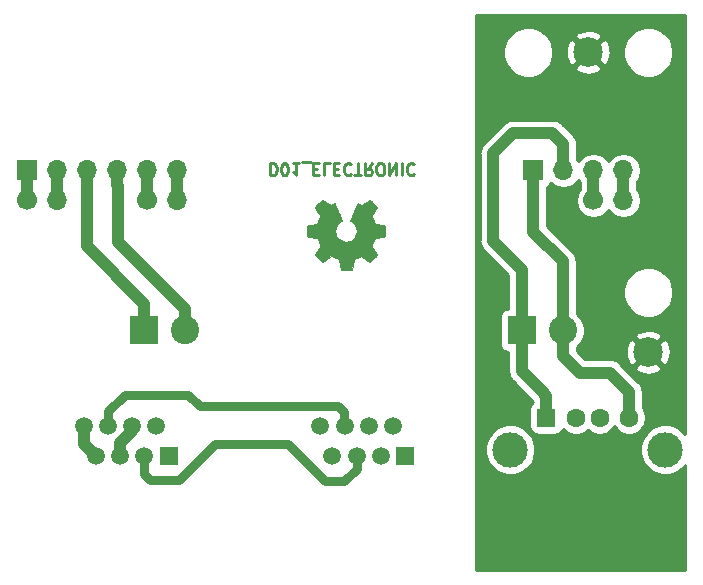
<source format=gbr>
G04 #@! TF.GenerationSoftware,KiCad,Pcbnew,5.1.5-52549c5~86~ubuntu18.04.1*
G04 #@! TF.CreationDate,2020-09-11T14:35:38-05:00*
G04 #@! TF.ProjectId,D01,4430312e-6b69-4636-9164-5f7063625858,rev?*
G04 #@! TF.SameCoordinates,Original*
G04 #@! TF.FileFunction,Copper,L2,Bot*
G04 #@! TF.FilePolarity,Positive*
%FSLAX46Y46*%
G04 Gerber Fmt 4.6, Leading zero omitted, Abs format (unit mm)*
G04 Created by KiCad (PCBNEW 5.1.5-52549c5~86~ubuntu18.04.1) date 2020-09-11 14:35:38*
%MOMM*%
%LPD*%
G04 APERTURE LIST*
%ADD10C,0.250000*%
%ADD11C,0.010000*%
%ADD12O,1.700000X1.700000*%
%ADD13C,1.700000*%
%ADD14R,1.700000X1.700000*%
%ADD15C,2.400000*%
%ADD16R,2.400000X2.400000*%
%ADD17C,1.600000*%
%ADD18R,1.600000X1.600000*%
%ADD19C,3.000000*%
%ADD20C,1.520000*%
%ADD21R,1.520000X1.520000*%
%ADD22C,2.499360*%
%ADD23C,0.750000*%
%ADD24C,1.000000*%
%ADD25C,0.254000*%
G04 APERTURE END LIST*
D10*
X42594971Y-33202619D02*
X42594971Y-34202619D01*
X42833066Y-34202619D01*
X42975923Y-34155000D01*
X43071161Y-34059761D01*
X43118780Y-33964523D01*
X43166400Y-33774047D01*
X43166400Y-33631190D01*
X43118780Y-33440714D01*
X43071161Y-33345476D01*
X42975923Y-33250238D01*
X42833066Y-33202619D01*
X42594971Y-33202619D01*
X43785447Y-34202619D02*
X43880685Y-34202619D01*
X43975923Y-34155000D01*
X44023542Y-34107380D01*
X44071161Y-34012142D01*
X44118780Y-33821666D01*
X44118780Y-33583571D01*
X44071161Y-33393095D01*
X44023542Y-33297857D01*
X43975923Y-33250238D01*
X43880685Y-33202619D01*
X43785447Y-33202619D01*
X43690209Y-33250238D01*
X43642590Y-33297857D01*
X43594971Y-33393095D01*
X43547352Y-33583571D01*
X43547352Y-33821666D01*
X43594971Y-34012142D01*
X43642590Y-34107380D01*
X43690209Y-34155000D01*
X43785447Y-34202619D01*
X45071161Y-33202619D02*
X44499733Y-33202619D01*
X44785447Y-33202619D02*
X44785447Y-34202619D01*
X44690209Y-34059761D01*
X44594971Y-33964523D01*
X44499733Y-33916904D01*
X45261638Y-33107380D02*
X46023542Y-33107380D01*
X46261638Y-33726428D02*
X46594971Y-33726428D01*
X46737828Y-33202619D02*
X46261638Y-33202619D01*
X46261638Y-34202619D01*
X46737828Y-34202619D01*
X47642590Y-33202619D02*
X47166399Y-33202619D01*
X47166399Y-34202619D01*
X47975923Y-33726428D02*
X48309257Y-33726428D01*
X48452114Y-33202619D02*
X47975923Y-33202619D01*
X47975923Y-34202619D01*
X48452114Y-34202619D01*
X49452114Y-33297857D02*
X49404495Y-33250238D01*
X49261638Y-33202619D01*
X49166399Y-33202619D01*
X49023542Y-33250238D01*
X48928304Y-33345476D01*
X48880685Y-33440714D01*
X48833066Y-33631190D01*
X48833066Y-33774047D01*
X48880685Y-33964523D01*
X48928304Y-34059761D01*
X49023542Y-34155000D01*
X49166399Y-34202619D01*
X49261638Y-34202619D01*
X49404495Y-34155000D01*
X49452114Y-34107380D01*
X49737828Y-34202619D02*
X50309257Y-34202619D01*
X50023542Y-33202619D02*
X50023542Y-34202619D01*
X51214019Y-33202619D02*
X50880685Y-33678809D01*
X50642590Y-33202619D02*
X50642590Y-34202619D01*
X51023542Y-34202619D01*
X51118780Y-34155000D01*
X51166399Y-34107380D01*
X51214019Y-34012142D01*
X51214019Y-33869285D01*
X51166399Y-33774047D01*
X51118780Y-33726428D01*
X51023542Y-33678809D01*
X50642590Y-33678809D01*
X51833066Y-34202619D02*
X52023542Y-34202619D01*
X52118780Y-34155000D01*
X52214019Y-34059761D01*
X52261638Y-33869285D01*
X52261638Y-33535952D01*
X52214019Y-33345476D01*
X52118780Y-33250238D01*
X52023542Y-33202619D01*
X51833066Y-33202619D01*
X51737828Y-33250238D01*
X51642590Y-33345476D01*
X51594971Y-33535952D01*
X51594971Y-33869285D01*
X51642590Y-34059761D01*
X51737828Y-34155000D01*
X51833066Y-34202619D01*
X52690209Y-33202619D02*
X52690209Y-34202619D01*
X53261638Y-33202619D01*
X53261638Y-34202619D01*
X53737828Y-33202619D02*
X53737828Y-34202619D01*
X54785447Y-33297857D02*
X54737828Y-33250238D01*
X54594971Y-33202619D01*
X54499733Y-33202619D01*
X54356876Y-33250238D01*
X54261638Y-33345476D01*
X54214019Y-33440714D01*
X54166399Y-33631190D01*
X54166399Y-33774047D01*
X54214019Y-33964523D01*
X54261638Y-34059761D01*
X54356876Y-34155000D01*
X54499733Y-34202619D01*
X54594971Y-34202619D01*
X54737828Y-34155000D01*
X54785447Y-34107380D01*
D11*
G36*
X49577814Y-41774069D02*
G01*
X49661635Y-41329445D01*
X49970920Y-41201947D01*
X50280206Y-41074449D01*
X50651246Y-41326754D01*
X50755157Y-41397004D01*
X50849087Y-41459728D01*
X50928652Y-41512062D01*
X50989470Y-41551143D01*
X51027157Y-41574107D01*
X51037421Y-41579058D01*
X51055910Y-41566324D01*
X51095420Y-41531118D01*
X51151522Y-41477938D01*
X51219787Y-41411282D01*
X51295786Y-41335646D01*
X51375092Y-41255528D01*
X51453275Y-41175426D01*
X51525907Y-41099836D01*
X51588559Y-41033255D01*
X51636803Y-40980182D01*
X51666210Y-40945113D01*
X51673241Y-40933377D01*
X51663123Y-40911740D01*
X51634759Y-40864338D01*
X51591129Y-40795807D01*
X51535218Y-40710785D01*
X51470006Y-40613907D01*
X51432219Y-40558650D01*
X51363343Y-40457752D01*
X51302140Y-40366701D01*
X51251578Y-40290030D01*
X51214628Y-40232272D01*
X51194258Y-40197957D01*
X51191197Y-40190746D01*
X51198136Y-40170252D01*
X51217051Y-40122487D01*
X51245087Y-40054168D01*
X51279391Y-39972011D01*
X51317109Y-39882730D01*
X51355387Y-39793042D01*
X51391370Y-39709662D01*
X51422206Y-39639306D01*
X51445039Y-39588690D01*
X51457017Y-39564529D01*
X51457724Y-39563578D01*
X51476531Y-39558964D01*
X51526618Y-39548672D01*
X51602793Y-39533713D01*
X51699865Y-39515099D01*
X51812643Y-39493841D01*
X51878442Y-39481582D01*
X51998950Y-39458638D01*
X52107797Y-39436805D01*
X52199476Y-39417278D01*
X52268481Y-39401252D01*
X52309304Y-39389921D01*
X52317511Y-39386326D01*
X52325548Y-39361994D01*
X52332033Y-39307041D01*
X52336970Y-39227892D01*
X52340364Y-39130974D01*
X52342218Y-39022713D01*
X52342538Y-38909535D01*
X52341327Y-38797865D01*
X52338590Y-38694132D01*
X52334331Y-38604759D01*
X52328555Y-38536174D01*
X52321267Y-38494803D01*
X52316895Y-38486190D01*
X52290764Y-38475867D01*
X52235393Y-38461108D01*
X52158107Y-38443648D01*
X52066230Y-38425220D01*
X52034158Y-38419259D01*
X51879524Y-38390934D01*
X51757375Y-38368124D01*
X51663673Y-38349920D01*
X51594384Y-38335417D01*
X51545471Y-38323708D01*
X51512897Y-38313885D01*
X51492628Y-38305044D01*
X51480626Y-38296276D01*
X51478947Y-38294543D01*
X51462184Y-38266629D01*
X51436614Y-38212305D01*
X51404788Y-38138223D01*
X51369260Y-38051035D01*
X51332583Y-37957392D01*
X51297311Y-37863948D01*
X51265996Y-37777353D01*
X51241193Y-37704260D01*
X51225454Y-37651322D01*
X51221332Y-37625189D01*
X51221676Y-37624274D01*
X51235641Y-37602914D01*
X51267322Y-37555916D01*
X51313391Y-37488173D01*
X51370518Y-37404577D01*
X51435373Y-37310018D01*
X51453843Y-37283146D01*
X51519699Y-37185725D01*
X51577650Y-37096837D01*
X51624538Y-37021588D01*
X51657207Y-36965080D01*
X51672500Y-36932419D01*
X51673241Y-36928407D01*
X51660392Y-36907316D01*
X51624888Y-36865536D01*
X51571293Y-36807555D01*
X51504171Y-36737865D01*
X51428087Y-36660955D01*
X51347604Y-36581317D01*
X51267287Y-36503439D01*
X51191699Y-36431814D01*
X51125405Y-36370930D01*
X51072969Y-36325279D01*
X51038955Y-36299350D01*
X51029545Y-36295117D01*
X51007643Y-36305088D01*
X50962800Y-36331980D01*
X50902321Y-36371264D01*
X50855789Y-36402883D01*
X50771475Y-36460902D01*
X50671626Y-36529216D01*
X50571473Y-36597421D01*
X50517627Y-36633925D01*
X50335371Y-36757200D01*
X50182381Y-36674480D01*
X50112682Y-36638241D01*
X50053414Y-36610074D01*
X50013311Y-36594009D01*
X50003103Y-36591774D01*
X49990829Y-36608278D01*
X49966613Y-36654918D01*
X49932263Y-36727391D01*
X49889588Y-36821394D01*
X49840394Y-36932626D01*
X49786490Y-37056785D01*
X49729684Y-37189568D01*
X49671782Y-37326673D01*
X49614593Y-37463798D01*
X49559924Y-37596642D01*
X49509584Y-37720902D01*
X49465380Y-37832275D01*
X49429119Y-37926461D01*
X49402609Y-37999156D01*
X49387658Y-38046059D01*
X49385254Y-38062167D01*
X49404311Y-38082714D01*
X49446036Y-38116067D01*
X49501706Y-38155298D01*
X49506378Y-38158401D01*
X49650264Y-38273577D01*
X49766283Y-38407947D01*
X49853430Y-38557216D01*
X49910699Y-38717087D01*
X49937086Y-38883263D01*
X49931585Y-39051448D01*
X49893190Y-39217345D01*
X49820895Y-39376658D01*
X49799626Y-39411513D01*
X49688996Y-39552263D01*
X49558302Y-39665286D01*
X49412064Y-39749997D01*
X49254808Y-39805806D01*
X49091057Y-39832126D01*
X48925333Y-39828370D01*
X48762162Y-39793950D01*
X48606065Y-39728277D01*
X48461567Y-39630765D01*
X48416869Y-39591187D01*
X48303112Y-39467297D01*
X48220218Y-39336876D01*
X48163356Y-39190685D01*
X48131687Y-39045912D01*
X48123869Y-38883140D01*
X48149938Y-38719560D01*
X48207245Y-38560702D01*
X48293144Y-38412094D01*
X48404986Y-38279265D01*
X48540123Y-38167744D01*
X48557883Y-38155989D01*
X48614150Y-38117492D01*
X48656923Y-38084137D01*
X48677372Y-38062840D01*
X48677669Y-38062167D01*
X48673279Y-38039129D01*
X48655876Y-37986843D01*
X48627268Y-37909610D01*
X48589265Y-37811732D01*
X48543674Y-37697509D01*
X48492303Y-37571242D01*
X48436962Y-37437233D01*
X48379458Y-37299782D01*
X48321601Y-37163192D01*
X48265198Y-37031763D01*
X48212058Y-36909795D01*
X48163990Y-36801591D01*
X48122801Y-36711451D01*
X48090301Y-36643677D01*
X48068297Y-36602570D01*
X48059436Y-36591774D01*
X48032360Y-36600181D01*
X47981697Y-36622728D01*
X47916183Y-36655387D01*
X47880159Y-36674480D01*
X47727168Y-36757200D01*
X47544912Y-36633925D01*
X47451875Y-36570772D01*
X47350015Y-36501273D01*
X47254562Y-36435835D01*
X47206750Y-36402883D01*
X47139505Y-36357727D01*
X47082564Y-36321943D01*
X47043354Y-36300062D01*
X47030619Y-36295437D01*
X47012083Y-36307915D01*
X46971059Y-36342748D01*
X46911525Y-36396322D01*
X46837458Y-36465017D01*
X46752835Y-36545219D01*
X46699315Y-36596714D01*
X46605681Y-36688714D01*
X46524759Y-36771001D01*
X46459823Y-36840055D01*
X46414142Y-36892356D01*
X46390989Y-36924384D01*
X46388768Y-36930884D01*
X46399076Y-36955606D01*
X46427561Y-37005595D01*
X46471063Y-37075788D01*
X46526423Y-37161125D01*
X46590480Y-37256544D01*
X46608697Y-37283146D01*
X46675073Y-37379833D01*
X46734622Y-37466883D01*
X46784016Y-37539405D01*
X46819925Y-37592507D01*
X46839019Y-37621297D01*
X46840864Y-37624274D01*
X46838105Y-37647218D01*
X46823462Y-37697664D01*
X46799487Y-37768959D01*
X46768734Y-37854453D01*
X46733756Y-37947493D01*
X46697107Y-38041426D01*
X46661339Y-38129601D01*
X46629006Y-38205366D01*
X46602662Y-38262069D01*
X46584858Y-38293057D01*
X46583593Y-38294543D01*
X46572706Y-38303399D01*
X46554318Y-38312157D01*
X46524394Y-38321723D01*
X46478897Y-38333004D01*
X46413791Y-38346907D01*
X46325039Y-38364337D01*
X46208607Y-38386202D01*
X46060458Y-38413409D01*
X46028382Y-38419259D01*
X45933314Y-38437626D01*
X45850435Y-38455595D01*
X45787070Y-38471431D01*
X45750542Y-38483400D01*
X45745644Y-38486190D01*
X45737573Y-38510928D01*
X45731013Y-38566210D01*
X45725967Y-38645611D01*
X45722441Y-38742704D01*
X45720439Y-38851062D01*
X45719964Y-38964260D01*
X45721023Y-39075872D01*
X45723618Y-39179471D01*
X45727754Y-39268632D01*
X45733437Y-39336928D01*
X45740669Y-39377934D01*
X45745029Y-39386326D01*
X45769302Y-39394792D01*
X45824574Y-39408565D01*
X45905338Y-39426450D01*
X46006088Y-39447252D01*
X46121317Y-39469777D01*
X46184098Y-39481582D01*
X46303213Y-39503849D01*
X46409435Y-39524021D01*
X46497573Y-39541085D01*
X46562434Y-39554031D01*
X46598826Y-39561845D01*
X46604816Y-39563578D01*
X46614939Y-39583110D01*
X46636338Y-39630157D01*
X46666161Y-39697997D01*
X46701555Y-39779909D01*
X46739668Y-39869172D01*
X46777647Y-39959065D01*
X46812640Y-40042865D01*
X46841794Y-40113853D01*
X46862257Y-40165306D01*
X46871177Y-40190503D01*
X46871343Y-40191604D01*
X46861231Y-40211481D01*
X46832883Y-40257223D01*
X46789277Y-40324283D01*
X46733394Y-40408116D01*
X46668213Y-40504174D01*
X46630321Y-40559350D01*
X46561275Y-40660519D01*
X46499950Y-40752370D01*
X46449337Y-40830256D01*
X46412429Y-40889531D01*
X46392218Y-40925549D01*
X46389299Y-40933623D01*
X46401847Y-40952416D01*
X46436537Y-40992543D01*
X46488937Y-41049507D01*
X46554616Y-41118815D01*
X46629144Y-41195969D01*
X46708087Y-41276475D01*
X46787017Y-41355837D01*
X46861500Y-41429560D01*
X46927106Y-41493148D01*
X46979404Y-41542106D01*
X47013961Y-41571939D01*
X47025522Y-41579058D01*
X47044346Y-41569047D01*
X47089369Y-41540922D01*
X47156213Y-41497546D01*
X47240501Y-41441782D01*
X47337856Y-41376494D01*
X47411293Y-41326754D01*
X47782333Y-41074449D01*
X48400905Y-41329445D01*
X48484725Y-41774069D01*
X48568546Y-42218693D01*
X49493994Y-42218693D01*
X49577814Y-41774069D01*
G37*
X49577814Y-41774069D02*
X49661635Y-41329445D01*
X49970920Y-41201947D01*
X50280206Y-41074449D01*
X50651246Y-41326754D01*
X50755157Y-41397004D01*
X50849087Y-41459728D01*
X50928652Y-41512062D01*
X50989470Y-41551143D01*
X51027157Y-41574107D01*
X51037421Y-41579058D01*
X51055910Y-41566324D01*
X51095420Y-41531118D01*
X51151522Y-41477938D01*
X51219787Y-41411282D01*
X51295786Y-41335646D01*
X51375092Y-41255528D01*
X51453275Y-41175426D01*
X51525907Y-41099836D01*
X51588559Y-41033255D01*
X51636803Y-40980182D01*
X51666210Y-40945113D01*
X51673241Y-40933377D01*
X51663123Y-40911740D01*
X51634759Y-40864338D01*
X51591129Y-40795807D01*
X51535218Y-40710785D01*
X51470006Y-40613907D01*
X51432219Y-40558650D01*
X51363343Y-40457752D01*
X51302140Y-40366701D01*
X51251578Y-40290030D01*
X51214628Y-40232272D01*
X51194258Y-40197957D01*
X51191197Y-40190746D01*
X51198136Y-40170252D01*
X51217051Y-40122487D01*
X51245087Y-40054168D01*
X51279391Y-39972011D01*
X51317109Y-39882730D01*
X51355387Y-39793042D01*
X51391370Y-39709662D01*
X51422206Y-39639306D01*
X51445039Y-39588690D01*
X51457017Y-39564529D01*
X51457724Y-39563578D01*
X51476531Y-39558964D01*
X51526618Y-39548672D01*
X51602793Y-39533713D01*
X51699865Y-39515099D01*
X51812643Y-39493841D01*
X51878442Y-39481582D01*
X51998950Y-39458638D01*
X52107797Y-39436805D01*
X52199476Y-39417278D01*
X52268481Y-39401252D01*
X52309304Y-39389921D01*
X52317511Y-39386326D01*
X52325548Y-39361994D01*
X52332033Y-39307041D01*
X52336970Y-39227892D01*
X52340364Y-39130974D01*
X52342218Y-39022713D01*
X52342538Y-38909535D01*
X52341327Y-38797865D01*
X52338590Y-38694132D01*
X52334331Y-38604759D01*
X52328555Y-38536174D01*
X52321267Y-38494803D01*
X52316895Y-38486190D01*
X52290764Y-38475867D01*
X52235393Y-38461108D01*
X52158107Y-38443648D01*
X52066230Y-38425220D01*
X52034158Y-38419259D01*
X51879524Y-38390934D01*
X51757375Y-38368124D01*
X51663673Y-38349920D01*
X51594384Y-38335417D01*
X51545471Y-38323708D01*
X51512897Y-38313885D01*
X51492628Y-38305044D01*
X51480626Y-38296276D01*
X51478947Y-38294543D01*
X51462184Y-38266629D01*
X51436614Y-38212305D01*
X51404788Y-38138223D01*
X51369260Y-38051035D01*
X51332583Y-37957392D01*
X51297311Y-37863948D01*
X51265996Y-37777353D01*
X51241193Y-37704260D01*
X51225454Y-37651322D01*
X51221332Y-37625189D01*
X51221676Y-37624274D01*
X51235641Y-37602914D01*
X51267322Y-37555916D01*
X51313391Y-37488173D01*
X51370518Y-37404577D01*
X51435373Y-37310018D01*
X51453843Y-37283146D01*
X51519699Y-37185725D01*
X51577650Y-37096837D01*
X51624538Y-37021588D01*
X51657207Y-36965080D01*
X51672500Y-36932419D01*
X51673241Y-36928407D01*
X51660392Y-36907316D01*
X51624888Y-36865536D01*
X51571293Y-36807555D01*
X51504171Y-36737865D01*
X51428087Y-36660955D01*
X51347604Y-36581317D01*
X51267287Y-36503439D01*
X51191699Y-36431814D01*
X51125405Y-36370930D01*
X51072969Y-36325279D01*
X51038955Y-36299350D01*
X51029545Y-36295117D01*
X51007643Y-36305088D01*
X50962800Y-36331980D01*
X50902321Y-36371264D01*
X50855789Y-36402883D01*
X50771475Y-36460902D01*
X50671626Y-36529216D01*
X50571473Y-36597421D01*
X50517627Y-36633925D01*
X50335371Y-36757200D01*
X50182381Y-36674480D01*
X50112682Y-36638241D01*
X50053414Y-36610074D01*
X50013311Y-36594009D01*
X50003103Y-36591774D01*
X49990829Y-36608278D01*
X49966613Y-36654918D01*
X49932263Y-36727391D01*
X49889588Y-36821394D01*
X49840394Y-36932626D01*
X49786490Y-37056785D01*
X49729684Y-37189568D01*
X49671782Y-37326673D01*
X49614593Y-37463798D01*
X49559924Y-37596642D01*
X49509584Y-37720902D01*
X49465380Y-37832275D01*
X49429119Y-37926461D01*
X49402609Y-37999156D01*
X49387658Y-38046059D01*
X49385254Y-38062167D01*
X49404311Y-38082714D01*
X49446036Y-38116067D01*
X49501706Y-38155298D01*
X49506378Y-38158401D01*
X49650264Y-38273577D01*
X49766283Y-38407947D01*
X49853430Y-38557216D01*
X49910699Y-38717087D01*
X49937086Y-38883263D01*
X49931585Y-39051448D01*
X49893190Y-39217345D01*
X49820895Y-39376658D01*
X49799626Y-39411513D01*
X49688996Y-39552263D01*
X49558302Y-39665286D01*
X49412064Y-39749997D01*
X49254808Y-39805806D01*
X49091057Y-39832126D01*
X48925333Y-39828370D01*
X48762162Y-39793950D01*
X48606065Y-39728277D01*
X48461567Y-39630765D01*
X48416869Y-39591187D01*
X48303112Y-39467297D01*
X48220218Y-39336876D01*
X48163356Y-39190685D01*
X48131687Y-39045912D01*
X48123869Y-38883140D01*
X48149938Y-38719560D01*
X48207245Y-38560702D01*
X48293144Y-38412094D01*
X48404986Y-38279265D01*
X48540123Y-38167744D01*
X48557883Y-38155989D01*
X48614150Y-38117492D01*
X48656923Y-38084137D01*
X48677372Y-38062840D01*
X48677669Y-38062167D01*
X48673279Y-38039129D01*
X48655876Y-37986843D01*
X48627268Y-37909610D01*
X48589265Y-37811732D01*
X48543674Y-37697509D01*
X48492303Y-37571242D01*
X48436962Y-37437233D01*
X48379458Y-37299782D01*
X48321601Y-37163192D01*
X48265198Y-37031763D01*
X48212058Y-36909795D01*
X48163990Y-36801591D01*
X48122801Y-36711451D01*
X48090301Y-36643677D01*
X48068297Y-36602570D01*
X48059436Y-36591774D01*
X48032360Y-36600181D01*
X47981697Y-36622728D01*
X47916183Y-36655387D01*
X47880159Y-36674480D01*
X47727168Y-36757200D01*
X47544912Y-36633925D01*
X47451875Y-36570772D01*
X47350015Y-36501273D01*
X47254562Y-36435835D01*
X47206750Y-36402883D01*
X47139505Y-36357727D01*
X47082564Y-36321943D01*
X47043354Y-36300062D01*
X47030619Y-36295437D01*
X47012083Y-36307915D01*
X46971059Y-36342748D01*
X46911525Y-36396322D01*
X46837458Y-36465017D01*
X46752835Y-36545219D01*
X46699315Y-36596714D01*
X46605681Y-36688714D01*
X46524759Y-36771001D01*
X46459823Y-36840055D01*
X46414142Y-36892356D01*
X46390989Y-36924384D01*
X46388768Y-36930884D01*
X46399076Y-36955606D01*
X46427561Y-37005595D01*
X46471063Y-37075788D01*
X46526423Y-37161125D01*
X46590480Y-37256544D01*
X46608697Y-37283146D01*
X46675073Y-37379833D01*
X46734622Y-37466883D01*
X46784016Y-37539405D01*
X46819925Y-37592507D01*
X46839019Y-37621297D01*
X46840864Y-37624274D01*
X46838105Y-37647218D01*
X46823462Y-37697664D01*
X46799487Y-37768959D01*
X46768734Y-37854453D01*
X46733756Y-37947493D01*
X46697107Y-38041426D01*
X46661339Y-38129601D01*
X46629006Y-38205366D01*
X46602662Y-38262069D01*
X46584858Y-38293057D01*
X46583593Y-38294543D01*
X46572706Y-38303399D01*
X46554318Y-38312157D01*
X46524394Y-38321723D01*
X46478897Y-38333004D01*
X46413791Y-38346907D01*
X46325039Y-38364337D01*
X46208607Y-38386202D01*
X46060458Y-38413409D01*
X46028382Y-38419259D01*
X45933314Y-38437626D01*
X45850435Y-38455595D01*
X45787070Y-38471431D01*
X45750542Y-38483400D01*
X45745644Y-38486190D01*
X45737573Y-38510928D01*
X45731013Y-38566210D01*
X45725967Y-38645611D01*
X45722441Y-38742704D01*
X45720439Y-38851062D01*
X45719964Y-38964260D01*
X45721023Y-39075872D01*
X45723618Y-39179471D01*
X45727754Y-39268632D01*
X45733437Y-39336928D01*
X45740669Y-39377934D01*
X45745029Y-39386326D01*
X45769302Y-39394792D01*
X45824574Y-39408565D01*
X45905338Y-39426450D01*
X46006088Y-39447252D01*
X46121317Y-39469777D01*
X46184098Y-39481582D01*
X46303213Y-39503849D01*
X46409435Y-39524021D01*
X46497573Y-39541085D01*
X46562434Y-39554031D01*
X46598826Y-39561845D01*
X46604816Y-39563578D01*
X46614939Y-39583110D01*
X46636338Y-39630157D01*
X46666161Y-39697997D01*
X46701555Y-39779909D01*
X46739668Y-39869172D01*
X46777647Y-39959065D01*
X46812640Y-40042865D01*
X46841794Y-40113853D01*
X46862257Y-40165306D01*
X46871177Y-40190503D01*
X46871343Y-40191604D01*
X46861231Y-40211481D01*
X46832883Y-40257223D01*
X46789277Y-40324283D01*
X46733394Y-40408116D01*
X46668213Y-40504174D01*
X46630321Y-40559350D01*
X46561275Y-40660519D01*
X46499950Y-40752370D01*
X46449337Y-40830256D01*
X46412429Y-40889531D01*
X46392218Y-40925549D01*
X46389299Y-40933623D01*
X46401847Y-40952416D01*
X46436537Y-40992543D01*
X46488937Y-41049507D01*
X46554616Y-41118815D01*
X46629144Y-41195969D01*
X46708087Y-41276475D01*
X46787017Y-41355837D01*
X46861500Y-41429560D01*
X46927106Y-41493148D01*
X46979404Y-41542106D01*
X47013961Y-41571939D01*
X47025522Y-41579058D01*
X47044346Y-41569047D01*
X47089369Y-41540922D01*
X47156213Y-41497546D01*
X47240501Y-41441782D01*
X47337856Y-41376494D01*
X47411293Y-41326754D01*
X47782333Y-41074449D01*
X48400905Y-41329445D01*
X48484725Y-41774069D01*
X48568546Y-42218693D01*
X49493994Y-42218693D01*
X49577814Y-41774069D01*
D12*
X72520000Y-36350000D03*
D13*
X69980000Y-36350000D03*
D12*
X34700000Y-36350000D03*
D13*
X32160000Y-36350000D03*
D12*
X24540000Y-36350000D03*
D13*
X22000000Y-36350000D03*
D12*
X34700000Y-33810000D03*
X32160000Y-33810000D03*
X29620000Y-33810000D03*
X27080000Y-33810000D03*
X24540000Y-33810000D03*
D14*
X22000000Y-33810000D03*
D12*
X72520000Y-33810000D03*
X69980000Y-33810000D03*
X67440000Y-33810000D03*
D14*
X64900000Y-33810000D03*
D15*
X67406400Y-47345600D03*
D16*
X63906400Y-47345600D03*
D15*
X35427800Y-47345600D03*
D16*
X31927800Y-47345600D03*
D17*
X73000000Y-54737000D03*
X70500000Y-54737000D03*
X68500000Y-54737000D03*
D18*
X66000000Y-54737000D03*
D19*
X62930000Y-57447000D03*
X76070000Y-57447000D03*
D20*
X47880000Y-58000000D03*
X46860000Y-55460000D03*
X48900000Y-55460000D03*
X49920000Y-58000000D03*
X50940000Y-55460000D03*
X51960000Y-58000000D03*
X52980000Y-55460000D03*
D21*
X54000000Y-58000000D03*
D20*
X27880000Y-58000000D03*
X26860000Y-55460000D03*
X28900000Y-55460000D03*
X29920000Y-58000000D03*
X30940000Y-55460000D03*
X31960000Y-58000000D03*
X32980000Y-55460000D03*
D21*
X34000000Y-58000000D03*
D22*
X74610000Y-49210000D03*
X69530000Y-23810000D03*
D23*
X48869600Y-55429600D02*
X48900000Y-55460000D01*
X48869600Y-54254400D02*
X48869600Y-55429600D01*
X28900000Y-54208800D02*
X30276800Y-52832000D01*
X30276800Y-52832000D02*
X35687000Y-52832000D01*
X28900000Y-55460000D02*
X28900000Y-54208800D01*
X35687000Y-52832000D02*
X36626800Y-53771800D01*
X36626800Y-53771800D02*
X48387000Y-53771800D01*
X48387000Y-53771800D02*
X48869600Y-54254400D01*
X31960000Y-59519000D02*
X31960000Y-58000000D01*
X32461200Y-60020200D02*
X31960000Y-59519000D01*
X34899600Y-60020200D02*
X32461200Y-60020200D01*
X49920000Y-59074802D02*
X48895000Y-60099802D01*
X48895000Y-60099802D02*
X47222002Y-60099802D01*
X49920000Y-58000000D02*
X49920000Y-59074802D01*
X47222002Y-60099802D02*
X44094400Y-56972200D01*
X37947600Y-56972200D02*
X34899600Y-60020200D01*
X44094400Y-56972200D02*
X37947600Y-56972200D01*
D24*
X67406400Y-47345600D02*
X67406400Y-41498400D01*
X64900000Y-38992000D02*
X64900000Y-33810000D01*
X67406400Y-41498400D02*
X64900000Y-38992000D01*
X73000000Y-54737000D02*
X73000000Y-52527600D01*
X73000000Y-52527600D02*
X71399400Y-50927000D01*
X71399400Y-50927000D02*
X68808600Y-50927000D01*
X67406400Y-49524800D02*
X67406400Y-47345600D01*
X68808600Y-50927000D02*
X67406400Y-49524800D01*
X66000000Y-52937000D02*
X65760600Y-52697600D01*
X66000000Y-54737000D02*
X66000000Y-52937000D01*
X65760600Y-52697600D02*
X65760600Y-52654200D01*
X63906400Y-50800000D02*
X63906400Y-47345600D01*
X65760600Y-52654200D02*
X63906400Y-50800000D01*
X67440000Y-31600600D02*
X67440000Y-33810000D01*
X63906400Y-42214800D02*
X61468000Y-39776400D01*
X63906400Y-47345600D02*
X63906400Y-42214800D01*
X61468000Y-39776400D02*
X61468000Y-32359600D01*
X66471800Y-30632400D02*
X67440000Y-31600600D01*
X61468000Y-32359600D02*
X63195200Y-30632400D01*
X63195200Y-30632400D02*
X66471800Y-30632400D01*
X34700000Y-36350000D02*
X34700000Y-33810000D01*
X32160000Y-36350000D02*
X32160000Y-33810000D01*
X29620000Y-35012081D02*
X29743400Y-35135481D01*
X29620000Y-33810000D02*
X29620000Y-35012081D01*
X29743400Y-35135481D02*
X29743400Y-39852600D01*
X35427800Y-45537000D02*
X35427800Y-47345600D01*
X29743400Y-39852600D02*
X35427800Y-45537000D01*
X30940000Y-55905198D02*
X30940000Y-55460000D01*
X29920000Y-58000000D02*
X29920000Y-56925198D01*
X29920000Y-56925198D02*
X30940000Y-55905198D01*
X27080000Y-33810000D02*
X27080000Y-40237200D01*
X31927800Y-45085000D02*
X31927800Y-47345600D01*
X27080000Y-40237200D02*
X31927800Y-45085000D01*
X26860000Y-56980000D02*
X26860000Y-55460000D01*
X27880000Y-58000000D02*
X26860000Y-56980000D01*
X24540000Y-36350000D02*
X24540000Y-33810000D01*
X22000000Y-36350000D02*
X22000000Y-33810000D01*
X72520000Y-36350000D02*
X72520000Y-33810000D01*
X69980000Y-36350000D02*
X69980000Y-33810000D01*
D25*
G36*
X77760001Y-56133366D02*
G01*
X77728363Y-56086017D01*
X77430983Y-55788637D01*
X77081302Y-55554988D01*
X76692756Y-55394047D01*
X76280279Y-55312000D01*
X75859721Y-55312000D01*
X75447244Y-55394047D01*
X75058698Y-55554988D01*
X74709017Y-55788637D01*
X74411637Y-56086017D01*
X74177988Y-56435698D01*
X74017047Y-56824244D01*
X73935000Y-57236721D01*
X73935000Y-57657279D01*
X74017047Y-58069756D01*
X74177988Y-58458302D01*
X74411637Y-58807983D01*
X74709017Y-59105363D01*
X75058698Y-59339012D01*
X75447244Y-59499953D01*
X75859721Y-59582000D01*
X76280279Y-59582000D01*
X76692756Y-59499953D01*
X77081302Y-59339012D01*
X77430983Y-59105363D01*
X77728363Y-58807983D01*
X77760001Y-58760634D01*
X77760001Y-62817339D01*
X77749705Y-67600000D01*
X59995111Y-67600000D01*
X60011825Y-57236721D01*
X60795000Y-57236721D01*
X60795000Y-57657279D01*
X60877047Y-58069756D01*
X61037988Y-58458302D01*
X61271637Y-58807983D01*
X61569017Y-59105363D01*
X61918698Y-59339012D01*
X62307244Y-59499953D01*
X62719721Y-59582000D01*
X63140279Y-59582000D01*
X63552756Y-59499953D01*
X63941302Y-59339012D01*
X64290983Y-59105363D01*
X64588363Y-58807983D01*
X64822012Y-58458302D01*
X64982953Y-58069756D01*
X65065000Y-57657279D01*
X65065000Y-57236721D01*
X64982953Y-56824244D01*
X64822012Y-56435698D01*
X64588363Y-56086017D01*
X64290983Y-55788637D01*
X63941302Y-55554988D01*
X63552756Y-55394047D01*
X63140279Y-55312000D01*
X62719721Y-55312000D01*
X62307244Y-55394047D01*
X61918698Y-55554988D01*
X61569017Y-55788637D01*
X61271637Y-56086017D01*
X61037988Y-56435698D01*
X60877047Y-56824244D01*
X60795000Y-57236721D01*
X60011825Y-57236721D01*
X60051949Y-32359600D01*
X60327509Y-32359600D01*
X60333001Y-32415361D01*
X60333000Y-39720648D01*
X60327509Y-39776400D01*
X60333000Y-39832151D01*
X60349423Y-39998898D01*
X60414324Y-40212846D01*
X60519716Y-40410023D01*
X60661551Y-40582849D01*
X60704865Y-40618396D01*
X62771401Y-42684933D01*
X62771400Y-45507528D01*
X62706400Y-45507528D01*
X62581918Y-45519788D01*
X62462220Y-45556098D01*
X62351906Y-45615063D01*
X62255215Y-45694415D01*
X62175863Y-45791106D01*
X62116898Y-45901420D01*
X62080588Y-46021118D01*
X62068328Y-46145600D01*
X62068328Y-48545600D01*
X62080588Y-48670082D01*
X62116898Y-48789780D01*
X62175863Y-48900094D01*
X62255215Y-48996785D01*
X62351906Y-49076137D01*
X62462220Y-49135102D01*
X62581918Y-49171412D01*
X62706400Y-49183672D01*
X62771400Y-49183672D01*
X62771400Y-50744248D01*
X62765909Y-50800000D01*
X62771400Y-50855751D01*
X62787823Y-51022498D01*
X62852724Y-51236446D01*
X62958116Y-51433623D01*
X63099951Y-51606449D01*
X63143265Y-51641996D01*
X64789150Y-53287882D01*
X64812316Y-53331223D01*
X64865000Y-53395418D01*
X64865000Y-53396043D01*
X64845506Y-53406463D01*
X64748815Y-53485815D01*
X64669463Y-53582506D01*
X64610498Y-53692820D01*
X64574188Y-53812518D01*
X64561928Y-53937000D01*
X64561928Y-55537000D01*
X64574188Y-55661482D01*
X64610498Y-55781180D01*
X64669463Y-55891494D01*
X64748815Y-55988185D01*
X64845506Y-56067537D01*
X64955820Y-56126502D01*
X65075518Y-56162812D01*
X65200000Y-56175072D01*
X66800000Y-56175072D01*
X66924482Y-56162812D01*
X67044180Y-56126502D01*
X67154494Y-56067537D01*
X67251185Y-55988185D01*
X67330537Y-55891494D01*
X67389502Y-55781180D01*
X67418661Y-55685057D01*
X67585241Y-55851637D01*
X67820273Y-56008680D01*
X68081426Y-56116853D01*
X68358665Y-56172000D01*
X68641335Y-56172000D01*
X68918574Y-56116853D01*
X69179727Y-56008680D01*
X69414759Y-55851637D01*
X69500000Y-55766396D01*
X69585241Y-55851637D01*
X69820273Y-56008680D01*
X70081426Y-56116853D01*
X70358665Y-56172000D01*
X70641335Y-56172000D01*
X70918574Y-56116853D01*
X71179727Y-56008680D01*
X71414759Y-55851637D01*
X71614637Y-55651759D01*
X71750000Y-55449173D01*
X71885363Y-55651759D01*
X72085241Y-55851637D01*
X72320273Y-56008680D01*
X72581426Y-56116853D01*
X72858665Y-56172000D01*
X73141335Y-56172000D01*
X73418574Y-56116853D01*
X73679727Y-56008680D01*
X73914759Y-55851637D01*
X74114637Y-55651759D01*
X74271680Y-55416727D01*
X74379853Y-55155574D01*
X74435000Y-54878335D01*
X74435000Y-54595665D01*
X74379853Y-54318426D01*
X74271680Y-54057273D01*
X74135000Y-53852716D01*
X74135000Y-52583343D01*
X74140490Y-52527599D01*
X74135000Y-52471855D01*
X74135000Y-52471848D01*
X74118577Y-52305101D01*
X74118055Y-52303378D01*
X74065627Y-52130551D01*
X74053676Y-52091153D01*
X73948284Y-51893977D01*
X73806449Y-51721151D01*
X73763140Y-51685609D01*
X72600908Y-50523377D01*
X73476229Y-50523377D01*
X73602104Y-50813315D01*
X73934262Y-50979139D01*
X74292387Y-51076975D01*
X74662719Y-51103065D01*
X75031025Y-51056405D01*
X75383151Y-50938789D01*
X75617896Y-50813315D01*
X75743771Y-50523377D01*
X74610000Y-49389605D01*
X73476229Y-50523377D01*
X72600908Y-50523377D01*
X72241396Y-50163865D01*
X72205849Y-50120551D01*
X72033023Y-49978716D01*
X71835847Y-49873324D01*
X71621899Y-49808423D01*
X71455152Y-49792000D01*
X71455151Y-49792000D01*
X71399400Y-49786509D01*
X71343649Y-49792000D01*
X69278732Y-49792000D01*
X68749451Y-49262719D01*
X72716935Y-49262719D01*
X72763595Y-49631025D01*
X72881211Y-49983151D01*
X73006685Y-50217896D01*
X73296623Y-50343771D01*
X74430395Y-49210000D01*
X74789605Y-49210000D01*
X75923377Y-50343771D01*
X76213315Y-50217896D01*
X76379139Y-49885738D01*
X76476975Y-49527613D01*
X76503065Y-49157281D01*
X76456405Y-48788975D01*
X76338789Y-48436849D01*
X76213315Y-48202104D01*
X75923377Y-48076229D01*
X74789605Y-49210000D01*
X74430395Y-49210000D01*
X73296623Y-48076229D01*
X73006685Y-48202104D01*
X72840861Y-48534262D01*
X72743025Y-48892387D01*
X72716935Y-49262719D01*
X68749451Y-49262719D01*
X68541400Y-49054669D01*
X68541400Y-48794153D01*
X68576144Y-48770938D01*
X68831738Y-48515344D01*
X69032556Y-48214799D01*
X69164348Y-47896623D01*
X73476229Y-47896623D01*
X74610000Y-49030395D01*
X75743771Y-47896623D01*
X75617896Y-47606685D01*
X75285738Y-47440861D01*
X74927613Y-47343025D01*
X74557281Y-47316935D01*
X74188975Y-47363595D01*
X73836849Y-47481211D01*
X73602104Y-47606685D01*
X73476229Y-47896623D01*
X69164348Y-47896623D01*
X69170882Y-47880850D01*
X69241400Y-47526332D01*
X69241400Y-47164868D01*
X69170882Y-46810350D01*
X69032556Y-46476401D01*
X68831738Y-46175856D01*
X68576144Y-45920262D01*
X68541400Y-45897047D01*
X68541400Y-43919721D01*
X72475000Y-43919721D01*
X72475000Y-44340279D01*
X72557047Y-44752756D01*
X72717988Y-45141302D01*
X72951637Y-45490983D01*
X73249017Y-45788363D01*
X73598698Y-46022012D01*
X73987244Y-46182953D01*
X74399721Y-46265000D01*
X74820279Y-46265000D01*
X75232756Y-46182953D01*
X75621302Y-46022012D01*
X75970983Y-45788363D01*
X76268363Y-45490983D01*
X76502012Y-45141302D01*
X76662953Y-44752756D01*
X76745000Y-44340279D01*
X76745000Y-43919721D01*
X76662953Y-43507244D01*
X76502012Y-43118698D01*
X76268363Y-42769017D01*
X75970983Y-42471637D01*
X75621302Y-42237988D01*
X75232756Y-42077047D01*
X74820279Y-41995000D01*
X74399721Y-41995000D01*
X73987244Y-42077047D01*
X73598698Y-42237988D01*
X73249017Y-42471637D01*
X72951637Y-42769017D01*
X72717988Y-43118698D01*
X72557047Y-43507244D01*
X72475000Y-43919721D01*
X68541400Y-43919721D01*
X68541400Y-41554152D01*
X68546891Y-41498400D01*
X68524977Y-41275901D01*
X68460076Y-41061953D01*
X68354684Y-40864777D01*
X68212849Y-40691951D01*
X68169541Y-40656409D01*
X66035000Y-38521869D01*
X66035000Y-35227683D01*
X66104494Y-35190537D01*
X66201185Y-35111185D01*
X66280537Y-35014494D01*
X66339502Y-34904180D01*
X66361513Y-34831620D01*
X66493368Y-34963475D01*
X66736589Y-35125990D01*
X67006842Y-35237932D01*
X67293740Y-35295000D01*
X67586260Y-35295000D01*
X67873158Y-35237932D01*
X68143411Y-35125990D01*
X68386632Y-34963475D01*
X68593475Y-34756632D01*
X68710000Y-34582240D01*
X68826525Y-34756632D01*
X68845001Y-34775108D01*
X68845000Y-35384893D01*
X68826525Y-35403368D01*
X68664010Y-35646589D01*
X68552068Y-35916842D01*
X68495000Y-36203740D01*
X68495000Y-36496260D01*
X68552068Y-36783158D01*
X68664010Y-37053411D01*
X68826525Y-37296632D01*
X69033368Y-37503475D01*
X69276589Y-37665990D01*
X69546842Y-37777932D01*
X69833740Y-37835000D01*
X70126260Y-37835000D01*
X70413158Y-37777932D01*
X70683411Y-37665990D01*
X70926632Y-37503475D01*
X71133475Y-37296632D01*
X71250000Y-37122240D01*
X71366525Y-37296632D01*
X71573368Y-37503475D01*
X71816589Y-37665990D01*
X72086842Y-37777932D01*
X72373740Y-37835000D01*
X72666260Y-37835000D01*
X72953158Y-37777932D01*
X73223411Y-37665990D01*
X73466632Y-37503475D01*
X73673475Y-37296632D01*
X73835990Y-37053411D01*
X73947932Y-36783158D01*
X74005000Y-36496260D01*
X74005000Y-36203740D01*
X73947932Y-35916842D01*
X73835990Y-35646589D01*
X73673475Y-35403368D01*
X73655000Y-35384893D01*
X73655000Y-34775107D01*
X73673475Y-34756632D01*
X73835990Y-34513411D01*
X73947932Y-34243158D01*
X74005000Y-33956260D01*
X74005000Y-33663740D01*
X73947932Y-33376842D01*
X73835990Y-33106589D01*
X73673475Y-32863368D01*
X73466632Y-32656525D01*
X73223411Y-32494010D01*
X72953158Y-32382068D01*
X72666260Y-32325000D01*
X72373740Y-32325000D01*
X72086842Y-32382068D01*
X71816589Y-32494010D01*
X71573368Y-32656525D01*
X71366525Y-32863368D01*
X71250000Y-33037760D01*
X71133475Y-32863368D01*
X70926632Y-32656525D01*
X70683411Y-32494010D01*
X70413158Y-32382068D01*
X70126260Y-32325000D01*
X69833740Y-32325000D01*
X69546842Y-32382068D01*
X69276589Y-32494010D01*
X69033368Y-32656525D01*
X68826525Y-32863368D01*
X68710000Y-33037760D01*
X68593475Y-32863368D01*
X68575000Y-32844893D01*
X68575000Y-31656352D01*
X68580491Y-31600600D01*
X68558577Y-31378101D01*
X68493676Y-31164153D01*
X68388284Y-30966977D01*
X68281989Y-30837456D01*
X68281987Y-30837454D01*
X68246449Y-30794151D01*
X68203145Y-30758613D01*
X67313795Y-29869264D01*
X67278249Y-29825951D01*
X67105423Y-29684116D01*
X66908247Y-29578724D01*
X66694299Y-29513823D01*
X66527552Y-29497400D01*
X66527551Y-29497400D01*
X66471800Y-29491909D01*
X66416049Y-29497400D01*
X63250952Y-29497400D01*
X63195200Y-29491909D01*
X62972701Y-29513823D01*
X62758753Y-29578724D01*
X62561577Y-29684116D01*
X62432056Y-29790411D01*
X62432055Y-29790412D01*
X62388751Y-29825951D01*
X62353213Y-29869254D01*
X60704860Y-31517609D01*
X60661552Y-31553151D01*
X60519717Y-31725977D01*
X60497576Y-31767400D01*
X60414324Y-31923154D01*
X60349423Y-32137102D01*
X60327509Y-32359600D01*
X60051949Y-32359600D01*
X60066078Y-23599721D01*
X62315000Y-23599721D01*
X62315000Y-24020279D01*
X62397047Y-24432756D01*
X62557988Y-24821302D01*
X62791637Y-25170983D01*
X63089017Y-25468363D01*
X63438698Y-25702012D01*
X63827244Y-25862953D01*
X64239721Y-25945000D01*
X64660279Y-25945000D01*
X65072756Y-25862953D01*
X65461302Y-25702012D01*
X65810983Y-25468363D01*
X66108363Y-25170983D01*
X66140172Y-25123377D01*
X68396229Y-25123377D01*
X68522104Y-25413315D01*
X68854262Y-25579139D01*
X69212387Y-25676975D01*
X69582719Y-25703065D01*
X69951025Y-25656405D01*
X70303151Y-25538789D01*
X70537896Y-25413315D01*
X70663771Y-25123377D01*
X69530000Y-23989605D01*
X68396229Y-25123377D01*
X66140172Y-25123377D01*
X66342012Y-24821302D01*
X66502953Y-24432756D01*
X66585000Y-24020279D01*
X66585000Y-23862719D01*
X67636935Y-23862719D01*
X67683595Y-24231025D01*
X67801211Y-24583151D01*
X67926685Y-24817896D01*
X68216623Y-24943771D01*
X69350395Y-23810000D01*
X69709605Y-23810000D01*
X70843377Y-24943771D01*
X71133315Y-24817896D01*
X71299139Y-24485738D01*
X71396975Y-24127613D01*
X71423065Y-23757281D01*
X71403105Y-23599721D01*
X72475000Y-23599721D01*
X72475000Y-24020279D01*
X72557047Y-24432756D01*
X72717988Y-24821302D01*
X72951637Y-25170983D01*
X73249017Y-25468363D01*
X73598698Y-25702012D01*
X73987244Y-25862953D01*
X74399721Y-25945000D01*
X74820279Y-25945000D01*
X75232756Y-25862953D01*
X75621302Y-25702012D01*
X75970983Y-25468363D01*
X76268363Y-25170983D01*
X76502012Y-24821302D01*
X76662953Y-24432756D01*
X76745000Y-24020279D01*
X76745000Y-23599721D01*
X76662953Y-23187244D01*
X76502012Y-22798698D01*
X76268363Y-22449017D01*
X75970983Y-22151637D01*
X75621302Y-21917988D01*
X75232756Y-21757047D01*
X74820279Y-21675000D01*
X74399721Y-21675000D01*
X73987244Y-21757047D01*
X73598698Y-21917988D01*
X73249017Y-22151637D01*
X72951637Y-22449017D01*
X72717988Y-22798698D01*
X72557047Y-23187244D01*
X72475000Y-23599721D01*
X71403105Y-23599721D01*
X71376405Y-23388975D01*
X71258789Y-23036849D01*
X71133315Y-22802104D01*
X70843377Y-22676229D01*
X69709605Y-23810000D01*
X69350395Y-23810000D01*
X68216623Y-22676229D01*
X67926685Y-22802104D01*
X67760861Y-23134262D01*
X67663025Y-23492387D01*
X67636935Y-23862719D01*
X66585000Y-23862719D01*
X66585000Y-23599721D01*
X66502953Y-23187244D01*
X66342012Y-22798698D01*
X66140173Y-22496623D01*
X68396229Y-22496623D01*
X69530000Y-23630395D01*
X70663771Y-22496623D01*
X70537896Y-22206685D01*
X70205738Y-22040861D01*
X69847613Y-21943025D01*
X69477281Y-21916935D01*
X69108975Y-21963595D01*
X68756849Y-22081211D01*
X68522104Y-22206685D01*
X68396229Y-22496623D01*
X66140173Y-22496623D01*
X66108363Y-22449017D01*
X65810983Y-22151637D01*
X65461302Y-21917988D01*
X65072756Y-21757047D01*
X64660279Y-21675000D01*
X64239721Y-21675000D01*
X63827244Y-21757047D01*
X63438698Y-21917988D01*
X63089017Y-22151637D01*
X62791637Y-22449017D01*
X62557988Y-22798698D01*
X62397047Y-23187244D01*
X62315000Y-23599721D01*
X60066078Y-23599721D01*
X60070795Y-20675600D01*
X77760000Y-20675600D01*
X77760001Y-56133366D01*
G37*
X77760001Y-56133366D02*
X77728363Y-56086017D01*
X77430983Y-55788637D01*
X77081302Y-55554988D01*
X76692756Y-55394047D01*
X76280279Y-55312000D01*
X75859721Y-55312000D01*
X75447244Y-55394047D01*
X75058698Y-55554988D01*
X74709017Y-55788637D01*
X74411637Y-56086017D01*
X74177988Y-56435698D01*
X74017047Y-56824244D01*
X73935000Y-57236721D01*
X73935000Y-57657279D01*
X74017047Y-58069756D01*
X74177988Y-58458302D01*
X74411637Y-58807983D01*
X74709017Y-59105363D01*
X75058698Y-59339012D01*
X75447244Y-59499953D01*
X75859721Y-59582000D01*
X76280279Y-59582000D01*
X76692756Y-59499953D01*
X77081302Y-59339012D01*
X77430983Y-59105363D01*
X77728363Y-58807983D01*
X77760001Y-58760634D01*
X77760001Y-62817339D01*
X77749705Y-67600000D01*
X59995111Y-67600000D01*
X60011825Y-57236721D01*
X60795000Y-57236721D01*
X60795000Y-57657279D01*
X60877047Y-58069756D01*
X61037988Y-58458302D01*
X61271637Y-58807983D01*
X61569017Y-59105363D01*
X61918698Y-59339012D01*
X62307244Y-59499953D01*
X62719721Y-59582000D01*
X63140279Y-59582000D01*
X63552756Y-59499953D01*
X63941302Y-59339012D01*
X64290983Y-59105363D01*
X64588363Y-58807983D01*
X64822012Y-58458302D01*
X64982953Y-58069756D01*
X65065000Y-57657279D01*
X65065000Y-57236721D01*
X64982953Y-56824244D01*
X64822012Y-56435698D01*
X64588363Y-56086017D01*
X64290983Y-55788637D01*
X63941302Y-55554988D01*
X63552756Y-55394047D01*
X63140279Y-55312000D01*
X62719721Y-55312000D01*
X62307244Y-55394047D01*
X61918698Y-55554988D01*
X61569017Y-55788637D01*
X61271637Y-56086017D01*
X61037988Y-56435698D01*
X60877047Y-56824244D01*
X60795000Y-57236721D01*
X60011825Y-57236721D01*
X60051949Y-32359600D01*
X60327509Y-32359600D01*
X60333001Y-32415361D01*
X60333000Y-39720648D01*
X60327509Y-39776400D01*
X60333000Y-39832151D01*
X60349423Y-39998898D01*
X60414324Y-40212846D01*
X60519716Y-40410023D01*
X60661551Y-40582849D01*
X60704865Y-40618396D01*
X62771401Y-42684933D01*
X62771400Y-45507528D01*
X62706400Y-45507528D01*
X62581918Y-45519788D01*
X62462220Y-45556098D01*
X62351906Y-45615063D01*
X62255215Y-45694415D01*
X62175863Y-45791106D01*
X62116898Y-45901420D01*
X62080588Y-46021118D01*
X62068328Y-46145600D01*
X62068328Y-48545600D01*
X62080588Y-48670082D01*
X62116898Y-48789780D01*
X62175863Y-48900094D01*
X62255215Y-48996785D01*
X62351906Y-49076137D01*
X62462220Y-49135102D01*
X62581918Y-49171412D01*
X62706400Y-49183672D01*
X62771400Y-49183672D01*
X62771400Y-50744248D01*
X62765909Y-50800000D01*
X62771400Y-50855751D01*
X62787823Y-51022498D01*
X62852724Y-51236446D01*
X62958116Y-51433623D01*
X63099951Y-51606449D01*
X63143265Y-51641996D01*
X64789150Y-53287882D01*
X64812316Y-53331223D01*
X64865000Y-53395418D01*
X64865000Y-53396043D01*
X64845506Y-53406463D01*
X64748815Y-53485815D01*
X64669463Y-53582506D01*
X64610498Y-53692820D01*
X64574188Y-53812518D01*
X64561928Y-53937000D01*
X64561928Y-55537000D01*
X64574188Y-55661482D01*
X64610498Y-55781180D01*
X64669463Y-55891494D01*
X64748815Y-55988185D01*
X64845506Y-56067537D01*
X64955820Y-56126502D01*
X65075518Y-56162812D01*
X65200000Y-56175072D01*
X66800000Y-56175072D01*
X66924482Y-56162812D01*
X67044180Y-56126502D01*
X67154494Y-56067537D01*
X67251185Y-55988185D01*
X67330537Y-55891494D01*
X67389502Y-55781180D01*
X67418661Y-55685057D01*
X67585241Y-55851637D01*
X67820273Y-56008680D01*
X68081426Y-56116853D01*
X68358665Y-56172000D01*
X68641335Y-56172000D01*
X68918574Y-56116853D01*
X69179727Y-56008680D01*
X69414759Y-55851637D01*
X69500000Y-55766396D01*
X69585241Y-55851637D01*
X69820273Y-56008680D01*
X70081426Y-56116853D01*
X70358665Y-56172000D01*
X70641335Y-56172000D01*
X70918574Y-56116853D01*
X71179727Y-56008680D01*
X71414759Y-55851637D01*
X71614637Y-55651759D01*
X71750000Y-55449173D01*
X71885363Y-55651759D01*
X72085241Y-55851637D01*
X72320273Y-56008680D01*
X72581426Y-56116853D01*
X72858665Y-56172000D01*
X73141335Y-56172000D01*
X73418574Y-56116853D01*
X73679727Y-56008680D01*
X73914759Y-55851637D01*
X74114637Y-55651759D01*
X74271680Y-55416727D01*
X74379853Y-55155574D01*
X74435000Y-54878335D01*
X74435000Y-54595665D01*
X74379853Y-54318426D01*
X74271680Y-54057273D01*
X74135000Y-53852716D01*
X74135000Y-52583343D01*
X74140490Y-52527599D01*
X74135000Y-52471855D01*
X74135000Y-52471848D01*
X74118577Y-52305101D01*
X74118055Y-52303378D01*
X74065627Y-52130551D01*
X74053676Y-52091153D01*
X73948284Y-51893977D01*
X73806449Y-51721151D01*
X73763140Y-51685609D01*
X72600908Y-50523377D01*
X73476229Y-50523377D01*
X73602104Y-50813315D01*
X73934262Y-50979139D01*
X74292387Y-51076975D01*
X74662719Y-51103065D01*
X75031025Y-51056405D01*
X75383151Y-50938789D01*
X75617896Y-50813315D01*
X75743771Y-50523377D01*
X74610000Y-49389605D01*
X73476229Y-50523377D01*
X72600908Y-50523377D01*
X72241396Y-50163865D01*
X72205849Y-50120551D01*
X72033023Y-49978716D01*
X71835847Y-49873324D01*
X71621899Y-49808423D01*
X71455152Y-49792000D01*
X71455151Y-49792000D01*
X71399400Y-49786509D01*
X71343649Y-49792000D01*
X69278732Y-49792000D01*
X68749451Y-49262719D01*
X72716935Y-49262719D01*
X72763595Y-49631025D01*
X72881211Y-49983151D01*
X73006685Y-50217896D01*
X73296623Y-50343771D01*
X74430395Y-49210000D01*
X74789605Y-49210000D01*
X75923377Y-50343771D01*
X76213315Y-50217896D01*
X76379139Y-49885738D01*
X76476975Y-49527613D01*
X76503065Y-49157281D01*
X76456405Y-48788975D01*
X76338789Y-48436849D01*
X76213315Y-48202104D01*
X75923377Y-48076229D01*
X74789605Y-49210000D01*
X74430395Y-49210000D01*
X73296623Y-48076229D01*
X73006685Y-48202104D01*
X72840861Y-48534262D01*
X72743025Y-48892387D01*
X72716935Y-49262719D01*
X68749451Y-49262719D01*
X68541400Y-49054669D01*
X68541400Y-48794153D01*
X68576144Y-48770938D01*
X68831738Y-48515344D01*
X69032556Y-48214799D01*
X69164348Y-47896623D01*
X73476229Y-47896623D01*
X74610000Y-49030395D01*
X75743771Y-47896623D01*
X75617896Y-47606685D01*
X75285738Y-47440861D01*
X74927613Y-47343025D01*
X74557281Y-47316935D01*
X74188975Y-47363595D01*
X73836849Y-47481211D01*
X73602104Y-47606685D01*
X73476229Y-47896623D01*
X69164348Y-47896623D01*
X69170882Y-47880850D01*
X69241400Y-47526332D01*
X69241400Y-47164868D01*
X69170882Y-46810350D01*
X69032556Y-46476401D01*
X68831738Y-46175856D01*
X68576144Y-45920262D01*
X68541400Y-45897047D01*
X68541400Y-43919721D01*
X72475000Y-43919721D01*
X72475000Y-44340279D01*
X72557047Y-44752756D01*
X72717988Y-45141302D01*
X72951637Y-45490983D01*
X73249017Y-45788363D01*
X73598698Y-46022012D01*
X73987244Y-46182953D01*
X74399721Y-46265000D01*
X74820279Y-46265000D01*
X75232756Y-46182953D01*
X75621302Y-46022012D01*
X75970983Y-45788363D01*
X76268363Y-45490983D01*
X76502012Y-45141302D01*
X76662953Y-44752756D01*
X76745000Y-44340279D01*
X76745000Y-43919721D01*
X76662953Y-43507244D01*
X76502012Y-43118698D01*
X76268363Y-42769017D01*
X75970983Y-42471637D01*
X75621302Y-42237988D01*
X75232756Y-42077047D01*
X74820279Y-41995000D01*
X74399721Y-41995000D01*
X73987244Y-42077047D01*
X73598698Y-42237988D01*
X73249017Y-42471637D01*
X72951637Y-42769017D01*
X72717988Y-43118698D01*
X72557047Y-43507244D01*
X72475000Y-43919721D01*
X68541400Y-43919721D01*
X68541400Y-41554152D01*
X68546891Y-41498400D01*
X68524977Y-41275901D01*
X68460076Y-41061953D01*
X68354684Y-40864777D01*
X68212849Y-40691951D01*
X68169541Y-40656409D01*
X66035000Y-38521869D01*
X66035000Y-35227683D01*
X66104494Y-35190537D01*
X66201185Y-35111185D01*
X66280537Y-35014494D01*
X66339502Y-34904180D01*
X66361513Y-34831620D01*
X66493368Y-34963475D01*
X66736589Y-35125990D01*
X67006842Y-35237932D01*
X67293740Y-35295000D01*
X67586260Y-35295000D01*
X67873158Y-35237932D01*
X68143411Y-35125990D01*
X68386632Y-34963475D01*
X68593475Y-34756632D01*
X68710000Y-34582240D01*
X68826525Y-34756632D01*
X68845001Y-34775108D01*
X68845000Y-35384893D01*
X68826525Y-35403368D01*
X68664010Y-35646589D01*
X68552068Y-35916842D01*
X68495000Y-36203740D01*
X68495000Y-36496260D01*
X68552068Y-36783158D01*
X68664010Y-37053411D01*
X68826525Y-37296632D01*
X69033368Y-37503475D01*
X69276589Y-37665990D01*
X69546842Y-37777932D01*
X69833740Y-37835000D01*
X70126260Y-37835000D01*
X70413158Y-37777932D01*
X70683411Y-37665990D01*
X70926632Y-37503475D01*
X71133475Y-37296632D01*
X71250000Y-37122240D01*
X71366525Y-37296632D01*
X71573368Y-37503475D01*
X71816589Y-37665990D01*
X72086842Y-37777932D01*
X72373740Y-37835000D01*
X72666260Y-37835000D01*
X72953158Y-37777932D01*
X73223411Y-37665990D01*
X73466632Y-37503475D01*
X73673475Y-37296632D01*
X73835990Y-37053411D01*
X73947932Y-36783158D01*
X74005000Y-36496260D01*
X74005000Y-36203740D01*
X73947932Y-35916842D01*
X73835990Y-35646589D01*
X73673475Y-35403368D01*
X73655000Y-35384893D01*
X73655000Y-34775107D01*
X73673475Y-34756632D01*
X73835990Y-34513411D01*
X73947932Y-34243158D01*
X74005000Y-33956260D01*
X74005000Y-33663740D01*
X73947932Y-33376842D01*
X73835990Y-33106589D01*
X73673475Y-32863368D01*
X73466632Y-32656525D01*
X73223411Y-32494010D01*
X72953158Y-32382068D01*
X72666260Y-32325000D01*
X72373740Y-32325000D01*
X72086842Y-32382068D01*
X71816589Y-32494010D01*
X71573368Y-32656525D01*
X71366525Y-32863368D01*
X71250000Y-33037760D01*
X71133475Y-32863368D01*
X70926632Y-32656525D01*
X70683411Y-32494010D01*
X70413158Y-32382068D01*
X70126260Y-32325000D01*
X69833740Y-32325000D01*
X69546842Y-32382068D01*
X69276589Y-32494010D01*
X69033368Y-32656525D01*
X68826525Y-32863368D01*
X68710000Y-33037760D01*
X68593475Y-32863368D01*
X68575000Y-32844893D01*
X68575000Y-31656352D01*
X68580491Y-31600600D01*
X68558577Y-31378101D01*
X68493676Y-31164153D01*
X68388284Y-30966977D01*
X68281989Y-30837456D01*
X68281987Y-30837454D01*
X68246449Y-30794151D01*
X68203145Y-30758613D01*
X67313795Y-29869264D01*
X67278249Y-29825951D01*
X67105423Y-29684116D01*
X66908247Y-29578724D01*
X66694299Y-29513823D01*
X66527552Y-29497400D01*
X66527551Y-29497400D01*
X66471800Y-29491909D01*
X66416049Y-29497400D01*
X63250952Y-29497400D01*
X63195200Y-29491909D01*
X62972701Y-29513823D01*
X62758753Y-29578724D01*
X62561577Y-29684116D01*
X62432056Y-29790411D01*
X62432055Y-29790412D01*
X62388751Y-29825951D01*
X62353213Y-29869254D01*
X60704860Y-31517609D01*
X60661552Y-31553151D01*
X60519717Y-31725977D01*
X60497576Y-31767400D01*
X60414324Y-31923154D01*
X60349423Y-32137102D01*
X60327509Y-32359600D01*
X60051949Y-32359600D01*
X60066078Y-23599721D01*
X62315000Y-23599721D01*
X62315000Y-24020279D01*
X62397047Y-24432756D01*
X62557988Y-24821302D01*
X62791637Y-25170983D01*
X63089017Y-25468363D01*
X63438698Y-25702012D01*
X63827244Y-25862953D01*
X64239721Y-25945000D01*
X64660279Y-25945000D01*
X65072756Y-25862953D01*
X65461302Y-25702012D01*
X65810983Y-25468363D01*
X66108363Y-25170983D01*
X66140172Y-25123377D01*
X68396229Y-25123377D01*
X68522104Y-25413315D01*
X68854262Y-25579139D01*
X69212387Y-25676975D01*
X69582719Y-25703065D01*
X69951025Y-25656405D01*
X70303151Y-25538789D01*
X70537896Y-25413315D01*
X70663771Y-25123377D01*
X69530000Y-23989605D01*
X68396229Y-25123377D01*
X66140172Y-25123377D01*
X66342012Y-24821302D01*
X66502953Y-24432756D01*
X66585000Y-24020279D01*
X66585000Y-23862719D01*
X67636935Y-23862719D01*
X67683595Y-24231025D01*
X67801211Y-24583151D01*
X67926685Y-24817896D01*
X68216623Y-24943771D01*
X69350395Y-23810000D01*
X69709605Y-23810000D01*
X70843377Y-24943771D01*
X71133315Y-24817896D01*
X71299139Y-24485738D01*
X71396975Y-24127613D01*
X71423065Y-23757281D01*
X71403105Y-23599721D01*
X72475000Y-23599721D01*
X72475000Y-24020279D01*
X72557047Y-24432756D01*
X72717988Y-24821302D01*
X72951637Y-25170983D01*
X73249017Y-25468363D01*
X73598698Y-25702012D01*
X73987244Y-25862953D01*
X74399721Y-25945000D01*
X74820279Y-25945000D01*
X75232756Y-25862953D01*
X75621302Y-25702012D01*
X75970983Y-25468363D01*
X76268363Y-25170983D01*
X76502012Y-24821302D01*
X76662953Y-24432756D01*
X76745000Y-24020279D01*
X76745000Y-23599721D01*
X76662953Y-23187244D01*
X76502012Y-22798698D01*
X76268363Y-22449017D01*
X75970983Y-22151637D01*
X75621302Y-21917988D01*
X75232756Y-21757047D01*
X74820279Y-21675000D01*
X74399721Y-21675000D01*
X73987244Y-21757047D01*
X73598698Y-21917988D01*
X73249017Y-22151637D01*
X72951637Y-22449017D01*
X72717988Y-22798698D01*
X72557047Y-23187244D01*
X72475000Y-23599721D01*
X71403105Y-23599721D01*
X71376405Y-23388975D01*
X71258789Y-23036849D01*
X71133315Y-22802104D01*
X70843377Y-22676229D01*
X69709605Y-23810000D01*
X69350395Y-23810000D01*
X68216623Y-22676229D01*
X67926685Y-22802104D01*
X67760861Y-23134262D01*
X67663025Y-23492387D01*
X67636935Y-23862719D01*
X66585000Y-23862719D01*
X66585000Y-23599721D01*
X66502953Y-23187244D01*
X66342012Y-22798698D01*
X66140173Y-22496623D01*
X68396229Y-22496623D01*
X69530000Y-23630395D01*
X70663771Y-22496623D01*
X70537896Y-22206685D01*
X70205738Y-22040861D01*
X69847613Y-21943025D01*
X69477281Y-21916935D01*
X69108975Y-21963595D01*
X68756849Y-22081211D01*
X68522104Y-22206685D01*
X68396229Y-22496623D01*
X66140173Y-22496623D01*
X66108363Y-22449017D01*
X65810983Y-22151637D01*
X65461302Y-21917988D01*
X65072756Y-21757047D01*
X64660279Y-21675000D01*
X64239721Y-21675000D01*
X63827244Y-21757047D01*
X63438698Y-21917988D01*
X63089017Y-22151637D01*
X62791637Y-22449017D01*
X62557988Y-22798698D01*
X62397047Y-23187244D01*
X62315000Y-23599721D01*
X60066078Y-23599721D01*
X60070795Y-20675600D01*
X77760000Y-20675600D01*
X77760001Y-56133366D01*
M02*

</source>
